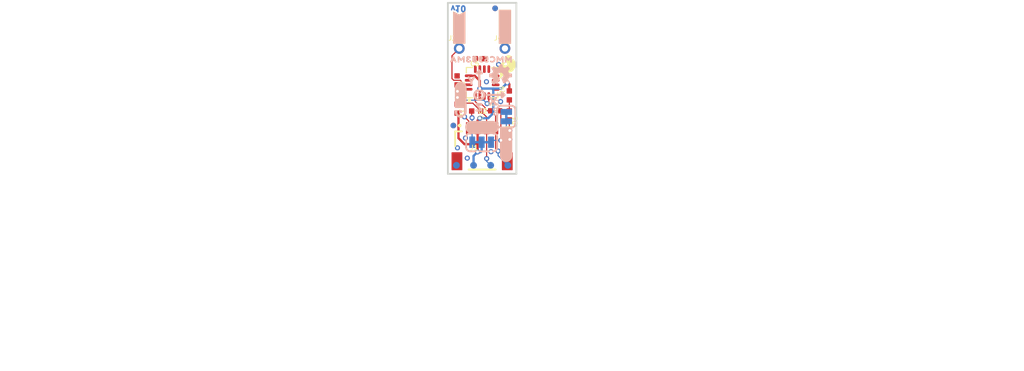
<source format=kicad_pcb>
(kicad_pcb (version 20211014) (generator pcbnew)
  (layers (0 "F.Cu" signal) (31 "B.Cu" signal) (34 "B.Paste" user) (35 "F.Paste" user) (36 "B.SilkS" user "B.Silkscreen") (37 "F.SilkS" user "F.Silkscreen") (38 "B.Mask" user) (39 "F.Mask" user) (44 "Edge.Cuts" user))
  (net 0 "")
  (net 1 "GND")
  (net 2 "SCL")
  (net 3 "3.3V")
  (net 4 "N$5")
  (net 5 "N$6")
  (net 6 "N$2")
  (net 7 "N$3")
  (net 8 "INT")
  (net 9 "CAP")
  (net 10 "~{MAG_CS}")
  (net 11 "SDA")
  (footprint "boardEagle:CREATIVE_COMMONS" (layer "F.Cu") (at 125.8951 133.5786)
    (fp_text reference "FRAME1" hide)
    (fp_text value "FRAME-LETTER" hide)
  )
  (footprint "boardEagle:1X01_1MM_NO_SILK" (layer "F.Cu") (at 151.0411 100.5586)
    (fp_text reference "J4" (at -1.27 -1.143) (layer "F.SilkS") (effects (font (size 0.512064 0.512064) (thickness 0.097536)) (justify left)))
    (fp_text value "")
    (pad "1" thru_hole circle (at 0 0 90) (size 1.2 1.2) (drill 0.7) (layers *.Cu *.Mask) (net 1 "GND"))
  )
  (footprint "boardEagle:LGA-16-3X3MM-4X4PINS" (layer "F.Cu") (at 148.5011 104.3686 180)
    (fp_text reference "U2" (at -0.635 -3.175) (layer "F.SilkS") (effects (font (size 0.512064 0.512064) (thickness 0.097536)) (justify right)))
    (fp_text value "MMC5983MA_QFN16")
    (pad "1" smd roundrect (at 0.754 -1.498 270) (size 0.85 0.3) (layers "F.Cu" "F.Paste" "F.Mask") (roundrect_rratio 0.375) (net 2 "SCL"))
    (pad "2" smd roundrect (at 0.254 -1.498 270) (size 0.85 0.3) (layers "F.Cu" "F.Paste" "F.Mask") (roundrect_rratio 0.375) (net 3 "3.3V"))
    (pad "3" smd roundrect (at -0.246 -1.498 270) (size 0.85 0.3) (layers "F.Cu" "F.Paste" "F.Mask") (roundrect_rratio 0.375))
    (pad "4" smd roundrect (at -0.746 -1.498 270) (size 0.85 0.3) (layers "F.Cu" "F.Paste" "F.Mask") (roundrect_rratio 0.375) (net 10 "~{MAG_CS}"))
    (pad "5" smd roundrect (at -1.508 -0.746 180) (size 0.85 0.3) (layers "F.Cu" "F.Paste" "F.Mask") (roundrect_rratio 0.375))
    (pad "6" smd roundrect (at -1.508 -0.246 180) (size 0.85 0.3) (layers "F.Cu" "F.Paste" "F.Mask") (roundrect_rratio 0.375))
    (pad "7" smd roundrect (at -1.508 0.254 180) (size 0.85 0.3) (layers "F.Cu" "F.Paste" "F.Mask") (roundrect_rratio 0.375))
    (pad "8" smd roundrect (at -1.508 0.754 180) (size 0.85 0.3) (layers "F.Cu" "F.Paste" "F.Mask") (roundrect_rratio 0.375))
    (pad "9" smd roundrect (at -0.746 1.506 90) (size 0.85 0.3) (layers "F.Cu" "F.Paste" "F.Mask") (roundrect_rratio 0.375) (net 1 "GND"))
    (pad "10" smd roundrect (at -0.246 1.506 90) (size 0.85 0.3) (layers "F.Cu" "F.Paste" "F.Mask") (roundrect_rratio 0.375) (net 9 "CAP"))
    (pad "11" smd roundrect (at 0.254 1.506 90) (size 0.85 0.3) (layers "F.Cu" "F.Paste" "F.Mask") (roundrect_rratio 0.375) (net 1 "GND"))
    (pad "12" smd roundrect (at 0.754 1.506 90) (size 0.85 0.3) (layers "F.Cu" "F.Paste" "F.Mask") (roundrect_rratio 0.375))
    (pad "13" smd roundrect (at 1.496 0.764) (size 0.85 0.3) (layers "F.Cu" "F.Paste" "F.Mask") (roundrect_rratio 0.375) (net 3 "3.3V"))
    (pad "14" smd roundrect (at 1.496 0.264) (size 0.85 0.3) (layers "F.Cu" "F.Paste" "F.Mask") (roundrect_rratio 0.375))
    (pad "15" smd roundrect (at 1.496 -0.236) (size 0.85 0.3) (layers "F.Cu" "F.Paste" "F.Mask") (roundrect_rratio 0.375) (net 8 "INT"))
    (pad "16" smd roundrect (at 1.496 -0.736) (size 0.85 0.3) (layers "F.Cu" "F.Paste" "F.Mask") (roundrect_rratio 0.375) (net 11 "SDA"))
  )
  (footprint "boardEagle:BLANK" (layer "F.Cu") (at 105.6386 135.4836)
    (fp_text reference "LOGO3" hide)
    (fp_text value "SFE_LOGO_NAMEBLANK" hide)
  )
  (footprint "boardEagle:0402-TIGHT" (layer "F.Cu") (at 151.52944 105.791 90)
    (fp_text reference "R4" (at 0 -0.762 90) (layer "F.SilkS") (effects (font (size 0.512064 0.512064) (thickness 0.097536)) (justify left)))
    (fp_text value "1k")
    (pad "1" smd roundrect (at -0.5 0 90) (size 0.6 0.6) (layers "F.Cu" "F.Paste" "F.Mask") (roundrect_rratio 0.08466666667) (net 6 "N$2"))
    (pad "2" smd roundrect (at 0.5 0 90) (size 0.6 0.6) (layers "F.Cu" "F.Paste" "F.Mask") (roundrect_rratio 0.08466666667) (net 3 "3.3V"))
  )
  (footprint "boardEagle:FIDUCIAL-MICRO" (layer "F.Cu") (at 145.3007 109.1438 -90)
    (fp_text reference "FID2" hide)
    (fp_text value "FIDUCIALUFIDUCIAL" hide)
    (pad "1" smd roundrect (at 0 0 270) (size 0.635 0.635) (layers "F.Cu" "F.Mask") (roundrect_rratio 0.5))
  )
  (footprint "boardEagle:SFE_LOGO_FLAME_.1" (layer "F.Cu") (at 151.3459 102.5906)
    (fp_text reference "U$29" hide)
    (fp_text value "" hide)
  )
  (footprint "boardEagle:#GND#4" (layer "F.Cu") (at 151.0411 98.1456 -90)
    (fp_text reference "U$4" hide)
    (fp_text value "" hide)
  )
  (footprint "boardEagle:FIDUCIAL-MICRO" (layer "F.Cu") (at 149.9489 96.0882 -90)
    (fp_text reference "FID1" hide)
    (fp_text value "FIDUCIALUFIDUCIAL" hide)
    (pad "1" smd roundrect (at 0 0 270) (size 0.635 0.635) (layers "F.Cu" "F.Mask") (roundrect_rratio 0.5))
  )
  (footprint "boardEagle:0402-TIGHT" (layer "F.Cu") (at 149.9489 107.507)
    (fp_text reference "R1" (at -0.889 -0.762) (layer "F.SilkS") (effects (font (size 0.367386 0.367386) (thickness 0.039014)) (justify left)))
    (fp_text value "2.2k")
    (pad "1" smd roundrect (at -0.5 0) (size 0.6 0.6) (layers "F.Cu" "F.Paste" "F.Mask") (roundrect_rratio 0.08466666667) (net 2 "SCL"))
    (pad "2" smd roundrect (at 0.5 0) (size 0.6 0.6) (layers "F.Cu" "F.Paste" "F.Mask") (roundrect_rratio 0.08466666667) (net 4 "N$5"))
  )
  (footprint "boardEagle:0402-TIGHT" (layer "F.Cu") (at 145.7198 104.1146 -90)
    (fp_text reference "C2" (at 0 -0.562 90) (layer "F.SilkS") (effects (font (size 0.512064 0.512064) (thickness 0.097536)) (justify right)))
    (fp_text value "1.0uF")
    (pad "1" smd roundrect (at -0.5 0 270) (size 0.6 0.6) (layers "F.Cu" "F.Paste" "F.Mask") (roundrect_rratio 0.08466666667) (net 3 "3.3V"))
    (pad "2" smd roundrect (at 0.5 0 270) (size 0.6 0.6) (layers "F.Cu" "F.Paste" "F.Mask") (roundrect_rratio 0.08466666667) (net 1 "GND"))
  )
  (footprint "boardEagle:STAND-OFF-TIGHT" (layer "F.Cu") (at 148.5011 98.0186 -90)
    (fp_text reference "STANDOFF3" hide)
    (fp_text value "STAND-OFFTIGHT" hide)
    (pad "" np_thru_hole circle (at 0 0 270) (size 3.048 3.048) (drill 3.048) (layers *.Cu *.Mask))
  )
  (footprint "boardEagle:0402-TIGHT" (layer "F.Cu") (at 147.8407 107.5294 180)
    (fp_text reference "R2" (at -0.889 -0.762) (layer "F.SilkS") (effects (font (size 0.367386 0.367386) (thickness 0.039014)) (justify right)))
    (fp_text value "2.2k")
    (pad "1" smd roundrect (at -0.5 0 180) (size 0.6 0.6) (layers "F.Cu" "F.Paste" "F.Mask") (roundrect_rratio 0.08466666667) (net 11 "SDA"))
    (pad "2" smd roundrect (at 0.5 0 180) (size 0.6 0.6) (layers "F.Cu" "F.Paste" "F.Mask") (roundrect_rratio 0.08466666667) (net 5 "N$6"))
  )
  (footprint "boardEagle:#INT#20" (layer "F.Cu") (at 145.9611 98.3996 -90)
    (fp_text reference "U$1" hide)
    (fp_text value "" hide)
  )
  (footprint "boardEagle:0402-TIGHT" (layer "F.Cu") (at 148.2471 101.7016 180)
    (fp_text reference "C5" (at 0 -0.562) (layer "F.SilkS") (effects (font (size 0.512064 0.512064) (thickness 0.097536)) (justify right)))
    (fp_text value "10uF")
    (pad "1" smd roundrect (at -0.5 0 180) (size 0.6 0.6) (layers "F.Cu" "F.Paste" "F.Mask") (roundrect_rratio 0.08466666667) (net 9 "CAP"))
    (pad "2" smd roundrect (at 0.5 0 180) (size 0.6 0.6) (layers "F.Cu" "F.Paste" "F.Mask") (roundrect_rratio 0.08466666667) (net 1 "GND"))
  )
  (footprint "boardEagle:JST04_1MM_RA" (layer "F.Cu") (at 148.5011 109.4486)
    (fp_text reference "J1" (at -1.397 2.159) (layer "F.SilkS") (effects (font (size 0.512064 0.512064) (thickness 0.097536)) (justify left)))
    (fp_text value "QWIIC_RIGHT_ANGLE")
    (pad "1" smd roundrect (at -1.5 0) (size 0.6 1.35) (layers "F.Cu" "F.Paste" "F.Mask") (roundrect_rratio 0.08466666667) (net 1 "GND"))
    (pad "2" smd roundrect (at -0.5 0) (size 0.6 1.35) (layers "F.Cu" "F.Paste" "F.Mask") (roundrect_rratio 0.08466666667) (net 3 "3.3V"))
    (pad "3" smd roundrect (at 0.5 0) (size 0.6 1.35) (layers "F.Cu" "F.Paste" "F.Mask") (roundrect_rratio 0.08466666667) (net 11 "SDA"))
    (pad "4" smd roundrect (at 1.5 0) (size 0.6 1.35) (layers "F.Cu" "F.Paste" "F.Mask") (roundrect_rratio 0.08466666667) (net 2 "SCL"))
    (pad "NC1" smd roundrect (at 2.8 3.675) (size 1.2 2) (layers "F.Cu" "F.Paste" "F.Mask") (roundrect_rratio 0.04233333333))
    (pad "NC2" smd roundrect (at -2.8 3.675) (size 1.2 2) (layers "F.Cu" "F.Paste" "F.Mask") (roundrect_rratio 0.04233333333))
  )
  (footprint "boardEagle:0402-TIGHT" (layer "F.Cu") (at 145.7198 107.2642 -90)
    (fp_text reference "R7" (at 0 -0.562 90) (layer "F.SilkS") (effects (font (size 0.512064 0.512064) (thickness 0.097536)) (justify right)))
    (fp_text value "100k")
    (pad "1" smd roundrect (at -0.5 0 270) (size 0.6 0.6) (layers "F.Cu" "F.Paste" "F.Mask") (roundrect_rratio 0.08466666667) (net 10 "~{MAG_CS}"))
    (pad "2" smd roundrect (at 0.5 0 270) (size 0.6 0.6) (layers "F.Cu" "F.Paste" "F.Mask") (roundrect_rratio 0.08466666667) (net 3 "3.3V"))
  )
  (footprint "boardEagle:LED-0402" (layer "F.Cu") (at 151.52944 108.0262 -90)
    (fp_text reference "D1" (at 0 -0.635 90) (layer "F.SilkS") (effects (font (size 0.512064 0.512064) (thickness 0.097536)) (justify right)))
    (fp_text value "RED")
    (pad "A" smd roundrect (at -0.5 0 270) (size 0.6 0.6) (layers "F.Cu" "F.Paste" "F.Mask") (roundrect_rratio 0.08466666667) (net 6 "N$2"))
    (pad "C" smd roundrect (at 0.5 0 270) (size 0.6 0.6) (layers "F.Cu" "F.Paste" "F.Mask") (roundrect_rratio 0.08466666667) (net 7 "N$3"))
  )
  (footprint "boardEagle:1X01_1MM_NO_SILK" (layer "F.Cu") (at 145.9611 100.5586)
    (fp_text reference "J2" (at -1.27 -1.143) (layer "F.SilkS") (effects (font (size 0.512064 0.512064) (thickness 0.097536)) (justify left)))
    (fp_text value "")
    (pad "1" thru_hole circle (at 0 0 90) (size 1.2 1.2) (drill 0.7) (layers *.Cu *.Mask) (net 8 "INT"))
  )
  (footprint "boardEagle:SMT-JUMPER_2_NC_TRACE_SILK" (layer "B.Cu") (at 151.1935 108.1532 -90)
    (fp_text reference "LED0" (at 0 1.143 -270) (layer "B.SilkS") (effects (font (size 0.512064 0.512064) (thickness 0.097536)) (justify right mirror)))
    (fp_text value "JUMPER-SMT_2_NC_TRACE_SILK")
    (fp_poly (pts (xy 0.03175 -0.13335) (xy -0.70485 -0.13335) (xy -0.70485 0.13335) (xy 0.03175 0.13335)) (layer "B.Cu") (width 0) (fill solid))
    (fp_poly (pts (xy 0.70485 -0.13335) (xy -0.03175 -0.13335) (xy -0.03175 0.13335) (xy 0.70485 0.13335)) (layer "B.Cu") (width 0) (fill solid))
    (pad "1" smd roundrect (at -0.5207 0 270) (size 0.6604 1.27) (layers "B.Cu" "B.Mask") (roundrect_rratio 0.07692307692) (net 1 "GND"))
    (pad "2" smd roundrect (at 0.5207 0 270) (size 0.6604 1.27) (layers "B.Cu" "B.Mask") (roundrect_rratio 0.07692307692) (net 7 "N$3"))
  )
  (footprint "boardEagle:X2114" (layer "B.Cu") (at 149.6441 106.4514 180)
    (fp_text reference "U$8" hide)
    (fp_text value "" hide)
  )
  (footprint "boardEagle:FIDUCIAL-MICRO" (layer "B.Cu") (at 149.9489 96.0882 90)
    (fp_text reference "FD1" hide)
    (fp_text value "FIDUCIALUFIDUCIAL" hide)
    (pad "1" smd roundrect (at 0 0 90) (size 0.635 0.635) (layers "B.Cu" "B.Mask") (roundrect_rratio 0.5))
  )
  (footprint "boardEagle:PAD.03X.03" (layer "B.Cu") (at 151.3586 113.5761 90)
    (fp_text reference "TP3" hide)
    (fp_text value "TEST-POINT3" hide)
    (pad "1" smd roundrect (at 0 0 90) (size 0.762 0.762) (layers "B.Cu" "B.Mask") (roundrect_rratio 0.5) (net 2 "SCL"))
  )
  (footprint "boardEagle:MMC5983MA331" (layer "B.Cu") (at 148.3233 101.7778 180)
    (fp_text reference "U$2" hide)
    (fp_text value "" hide)
  )
  (footprint "boardEagle:#GND#4" (layer "B.Cu") (at 151.0411 98.1456 90)
    (fp_text reference "U$6" hide)
    (fp_text value "" hide)
  )
  (footprint "boardEagle:QWIIC_4MM" (layer "B.Cu") (at 146.1135 106.2736 90)
    (fp_text reference "LOGO1" hide)
    (fp_text value "QWIIC_LOGO_4MM" hide)
  )
  (footprint "boardEagle:PAD.03X.03" (layer "B.Cu") (at 149.4536 113.5761 90)
    (fp_text reference "TP2" hide)
    (fp_text value "TEST-POINT3" hide)
    (pad "1" smd roundrect (at 0 0 90) (size 0.762 0.762) (layers "B.Cu" "B.Mask") (roundrect_rratio 0.5) (net 11 "SDA"))
  )
  (footprint "boardEagle:PAD.03X.03" (layer "B.Cu") (at 147.5486 113.5761 90)
    (fp_text reference "TP1" hide)
    (fp_text value "TEST-POINT3" hide)
    (pad "1" smd roundrect (at 0 0 90) (size 0.762 0.762) (layers "B.Cu" "B.Mask") (roundrect_rratio 0.5) (net 3 "3.3V"))
  )
  (footprint "boardEagle:Z2116" (layer "B.Cu") (at 148.0693 107.1118 180)
    (fp_text reference "U$10" hide)
    (fp_text value "" hide)
  )
  (footprint "boardEagle:#INT#21" (layer "B.Cu") (at 145.9611 98.3996 90)
    (fp_text reference "U$5" hide)
    (fp_text value "" hide)
  )
  (footprint "boardEagle:#LED#5" (layer "B.Cu") (at 151.1681 111.0996 90)
    (fp_text reference "U$11" hide)
    (fp_text value "" hide)
  )
  (footprint "boardEagle:FIDUCIAL-MICRO" (layer "B.Cu") (at 145.3007 109.1438 90)
    (fp_text reference "FD2" hide)
    (fp_text value "FIDUCIALUFIDUCIAL" hide)
    (pad "1" smd roundrect (at 0 0 90) (size 0.635 0.635) (layers "B.Cu" "B.Mask") (roundrect_rratio 0.5))
  )
  (footprint "boardEagle:#I2C#4" (layer "B.Cu") (at 148.5011 109.3216 180)
    (fp_text reference "U$3" hide)
    (fp_text value "" hide)
  )
  (footprint "boardEagle:SMT-JUMPER_3_2-NC_TRACE_SILK" (layer "B.Cu") (at 148.4503 111.00435 180)
    (fp_text reference "I2C_PU0" (at -1.27 1.27) (layer "B.SilkS") (effects (font (size 0.367386 0.367386) (thickness 0.039014)) (justify left mirror)))
    (fp_text value "S_MODE")
    (fp_poly (pts (xy -0.50165 -0.13335) (xy -1.23825 -0.13335) (xy -1.23825 0.13335) (xy -0.50165 0.13335)) (layer "B.Cu") (width 0) (fill solid))
    (fp_poly (pts (xy 1.23825 -0.13335) (xy 0.50165 -0.13335) (xy 0.50165 0.13335) (xy 1.23825 0.13335)) (layer "B.Cu") (width 0) (fill solid))
    (fp_poly (pts (xy 0.53975 -0.13335) (xy -0.53975 -0.13335) (xy -0.53975 0.13335) (xy 0.53975 0.13335)) (layer "B.Cu") (width 0) (fill solid))
    (pad "1" smd roundrect (at -1.0414 0 180) (size 0.6604 1.27) (layers "B.Cu" "B.Mask") (roundrect_rratio 0.07692307692) (net 4 "N$5"))
    (pad "2" smd roundrect (at 0 0 180) (size 0.6604 1.27) (layers "B.Cu" "B.Mask") (roundrect_rratio 0.07692307692) (net 3 "3.3V"))
    (pad "3" smd roundrect (at 1.0414 0 180) (size 0.6604 1.27) (layers "B.Cu" "B.Mask") (roundrect_rratio 0.07692307692) (net 5 "N$6"))
  )
  (footprint "boardEagle:Y2115" (layer "B.Cu") (at 147.2161 104.14 180)
    (fp_text reference "U$9" hide)
    (fp_text value "" hide)
  )
  (footprint "boardEagle:PAD.03X.03" (layer "B.Cu") (at 145.6436 113.5761 90)
    (fp_text reference "TP5" hide)
    (fp_text value "TEST-POINT3" hide)
    (pad "1" smd roundrect (at 0 0 90) (size 0.762 0.762) (layers "B.Cu" "B.Mask") (roundrect_rratio 0.5) (net 1 "GND"))
  )
  (footprint "boardEagle:OSHW-LOGO-MINI" (layer "B.Cu") (at 150.5585 103.54945 180)
    (fp_text reference "LOGO2" hide)
    (fp_text value "OSHW-LOGOMINI" hide)
  )
  (gr_circle (center 148.1836 105.74655) (end 148.717 105.74655) (layer "B.SilkS") (width 0.254) (fill none))
  (gr_line (start 148.180425 103.04145) (end 148.434425 103.29545) (layer "B.SilkS") (width 0.254))
  (gr_line (start 150.9649 105.737025) (end 149.0599 105.737025) (layer "B.SilkS") (width 0.254))
  (gr_line (start 148.459825 103.32085) (end 147.901025 103.32085) (layer "B.SilkS") (width 0.254))
  (gr_line (start 148.180425 103.04145) (end 147.926425 103.29545) (layer "B.SilkS") (width 0.254))
  (gr_circle (center 148.1963 105.7402) (end 148.437262 105.7402) (layer "B.SilkS") (width 0) (fill none))
  (gr_line (start 150.9649 105.737025) (end 150.7109 105.483025) (layer "B.SilkS") (width 0.254))
  (gr_line (start 150.7109 105.483025) (end 150.7109 105.991025) (layer "B.SilkS") (width 0.254))
  (gr_line (start 148.180425 103.04145) (end 148.180425 104.81945) (layer "B.SilkS") (width 0.254))
  (gr_line (start 150.9649 105.737025) (end 150.7109 105.991025) (layer "B.SilkS") (width 0.254))
  (gr_line (start 144.6911 95.4786) (end 144.6911 114.5286) (layer "Edge.Cuts") (width 0.2032))
  (gr_line (start 144.6911 114.5286) (end 152.3111 114.5286) (layer "Edge.Cuts") (width 0.2032))
  (gr_line (start 152.3111 95.4786) (end 144.6911 95.4786) (layer "Edge.Cuts") (width 0.2032))
  (gr_line (start 152.3111 114.5286) (end 152.3111 95.4786) (layer "Edge.Cuts") (width 0.2032))
  (gr_text "v10" (at 144.910175 95.742125 -180) (layer "B.Cu") (effects (font (size 0.633984 0.633984) (thickness 0.178816)) (justify left bottom mirror)))
  (segment (start 147.0011 108.6344) (end 146.5453 108.1786) (width 0.127) (layer "F.Cu") (net 1))
  (segment (start 145.7198 104.6146) (end 145.7579 104.6527) (width 0.254) (layer "F.Cu") (net 1))
  (segment (start 145.7579 105.3338) (end 145.7579 104.6527) (width 0.254) (layer "F.Cu") (net 1))
  (segment (start 147.0011 109.4486) (end 147.0011 108.6344) (width 0.127) (layer "F.Cu") (net 1))
  (via (at 145.7579 105.3338) (size 0.5588) (drill 0.3048) (layers "F.Cu" "B.Cu") (net 1))
  (via (at 150.5585 106.4768) (size 0.5588) (drill 0.3048) (layers "F.Cu" "B.Cu") (net 1))
  (via (at 145.7579 111.633) (size 0.5588) (drill 0.3048) (layers "F.Cu" "B.Cu") (net 1))
  (via (at 146.6469 110.5408) (size 0.5588) (drill 0.3048) (layers "F.Cu" "B.Cu") (net 1))
  (via (at 146.5453 108.1786) (size 0.5588) (drill 0.3048) (layers "F.Cu" "B.Cu") (net 1))
  (via (at 150.3299 102.3366) (size 0.5588) (drill 0.3048) (layers "F.Cu" "B.Cu") (net 1))
  (via (at 146.8501 112.776) (size 0.5588) (drill 0.3048) (layers "F.Cu" "B.Cu") (net 1))
  (via (at 149.4917 112.0648) (size 0.5588) (drill 0.3048) (layers "F.Cu" "B.Cu") (net 1))
  (via (at 151.5745 110.6932) (size 0.5588) (drill 0.3048) (layers "F.Cu" "B.Cu") (net 1))
  (via (at 148.9837 104.267) (size 0.5588) (drill 0.3048) (layers "F.Cu" "B.Cu") (net 1))
  (segment (start 150.0011 108.0592) (end 149.4489 107.507) (width 0.127) (layer "F.Cu") (net 2))
  (segment (start 150.0011 109.4486) (end 150.0011 111.7106) (width 0.127) (layer "F.Cu") (net 2))
  (segment (start 150.0011 109.4486) (end 150.0011 108.0592) (width 0.127) (layer "F.Cu") (net 2))
  (segment (start 148.513106 106.8324) (end 148.8312 107.150494) (width 0.127) (layer "F.Cu") (net 2))
  (segment (start 150.2791 111.9886) (end 150.0011 111.7106) (width 0.127) (layer "F.Cu") (net 2))
  (segment (start 149.4489 107.507) (end 149.0741 107.507) (width 0.127) (layer "F.Cu") (net 2))
  (segment (start 148.0947 106.8324) (end 148.513106 106.8324) (width 0.127) (layer "F.Cu") (net 2))
  (segment (start 148.8312 107.150494) (end 148.8312 107.2641) (width 0.127) (layer "F.Cu") (net 2))
  (segment (start 147.7471 106.4848) (end 147.7471 105.8666) (width 0.127) (layer "F.Cu") (net 2))
  (segment (start 147.7471 106.4848) (end 148.0947 106.8324) (width 0.127) (layer "F.Cu") (net 2))
  (segment (start 149.0741 107.507) (end 148.8312 107.2641) (width 0.127) (layer "F.Cu") (net 2))
  (via (at 150.2791 111.9886) (size 0.5588) (drill 0.3048) (layers "F.Cu" "B.Cu") (net 2))
  (segment (start 151.3586 113.5761) (end 150.2791 112.4966) (width 0.127) (layer "B.Cu") (net 2))
  (segment (start 150.2791 111.9886) (end 150.2791 112.4966) (width 0.127) (layer "B.Cu") (net 2))
  (segment (start 147.6863 103.6046) (end 147.0051 103.6046) (width 0.254) (layer "F.Cu") (net 3))
  (segment (start 148.0011 112.0822) (end 147.9931 112.0902) (width 0.254) (layer "F.Cu") (net 3))
  (segment (start 148.0011 108.577) (end 148.2471 108.331) (width 0.254) (layer "F.Cu") (net 3))
  (segment (start 145.8722 110.5535) (end 146.5453 111.2266) (width 0.254) (layer "F.Cu") (net 3))
  (segment (start 148.0011 109.4486) (end 148.0011 111.0742) (width 0.254) (layer "F.Cu") (net 3))
  (segment (start 145.8722 107.7642) (end 145.8722 110.5535) (width 0.254) (layer "F.Cu") (net 3))
  (segment (start 147.8487 111.2266) (end 148.0011 111.0742) (width 0.254) (layer "F.Cu") (net 3))
  (segment (start 146.5453 111.2266) (end 147.8487 111.2266) (width 0.254) (layer "F.Cu") (net 3))
  (segment (start 145.7198 107.7642) (end 145.8722 107.7642) (width 0.254) (layer "F.Cu") (net 3))
  (segment (start 148.2471 104.1654) (end 147.6863 103.6046) (width 0.254) (layer "F.Cu") (net 3))
  (segment (start 151.52944 104.5544) (end 151.36904 104.394) (width 0.254) (layer "F.Cu") (net 3))
  (segment (start 148.0011 109.4486) (end 148.0011 108.577) (width 0.254) (layer "F.Cu") (net 3))
  (segment (start 148.0011 111.0742) (end 148.0011 112.0822) (width 0.254) (layer "F.Cu") (net 3))
  (segment (start 151.2951 104.394) (end 151.36904 104.394) (width 0.254) (layer "F.Cu") (net 3))
  (segment (start 148.2471 105.028763) (end 148.2471 104.1654) (width 0.254) (layer "F.Cu") (net 3))
  (segment (start 148.2471 105.8666) (end 148.2471 105.028763) (width 0.254) (layer "F.Cu") (net 3))
  (segment (start 151.52944 105.291) (end 151.52944 104.5544) (width 0.254) (layer "F.Cu") (net 3))
  (via (at 148.2471 105.028763) (size 0.5588) (drill 0.3048) (layers "F.Cu" "B.Cu") (net 3))
  (via (at 148.2471 108.331) (size 0.5588) (drill 0.3048) (layers "F.Cu" "B.Cu") (net 3))
  (via (at 147.9931 112.0902) (size 0.5588) (drill 0.3048) (layers "F.Cu" "B.Cu") (net 3))
  (via (at 151.2951 104.394) (size 0.5588) (drill 0.3048) (layers "F.Cu" "B.Cu") (net 3))
  (segment (start 148.3487 112.0902) (end 148.4503 111.9886) (width 0.254) (layer "B.Cu") (net 3))
  (segment (start 147.9931 112.0902) (end 148.3487 112.0902) (width 0.254) (layer "B.Cu") (net 3))
  (segment (start 148.4503 111.9886) (end 148.4503 111.00435) (width 0.254) (layer "B.Cu") (net 3))
  (segment (start 150.660337 105.028763) (end 151.2951 104.394) (width 0.254) (layer "B.Cu") (net 3))
  (segment (start 149.7457 105.028763) (end 150.660337 105.028763) (width 0.254) (layer "B.Cu") (net 3))
  (segment (start 149.7457 107.764544) (end 149.7457 105.028763) (width 0.254) (layer "B.Cu") (net 3))
  (segment (start 147.9931 112.0902) (end 147.5486 112.5347) (width 0.254) (layer "B.Cu") (net 3))
  (segment (start 147.5486 112.5347) (end 147.5486 113.5761) (width 0.254) (layer "B.Cu") (net 3))
  (segment (start 149.179243 108.331) (end 149.7457 107.764544) (width 0.254) (layer "B.Cu") (net 3))
  (segment (start 148.2471 108.331) (end 149.179243 108.331) (width 0.254) (layer "B.Cu") (net 3))
  (segment (start 148.2471 105.028763) (end 149.7457 105.028763) (width 0.254) (layer "B.Cu") (net 3))
  (segment (start 150.5839 107.642) (end 150.5839 110.7948) (width 0.127) (layer "F.Cu") (net 4))
  (segment (start 150.4489 107.507) (end 150.5839 107.642) (width 0.127) (layer "F.Cu") (net 4))
  (via (at 150.5839 110.7948) (size 0.5588) (drill 0.3048) (layers "F.Cu" "B.Cu") (net 4))
  (segment (start 149.70125 110.7948) (end 149.4917 111.00435) (width 0.127) (layer "B.Cu") (net 4))
  (segment (start 150.5839 110.7948) (end 149.70125 110.7948) (width 0.127) (layer "B.Cu") (net 4))
  (segment (start 147.3407 108.2374) (end 147.3835 108.2802) (width 0.127) (layer "F.Cu") (net 5))
  (segment (start 147.3407 107.5294) (end 147.3407 108.2374) (width 0.127) (layer "F.Cu") (net 5))
  (via (at 147.3835 108.2802) (size 0.5588) (drill 0.3048) (layers "F.Cu" "B.Cu") (net 5))
  (segment (start 147.3835 108.2802) (end 147.3835 110.97895) (width 0.127) (layer "B.Cu") (net 5))
  (segment (start 147.3835 110.97895) (end 147.4089 111.00435) (width 0.127) (layer "B.Cu") (net 5))
  (segment (start 151.52944 106.291) (end 151.52944 107.5262) (width 0.127) (layer "F.Cu") (net 6))
  (segment (start 151.52944 109.657541) (end 151.5745 109.7026) (width 0.127) (layer "F.Cu") (net 7))
  (segment (start 151.52944 108.5262) (end 151.52944 109.657541) (width 0.127) (layer "F.Cu") (net 7))
  (via (at 151.5745 109.7026) (size 0.5588) (drill 0.3048) (layers "F.Cu" "B.Cu") (net 7))
  (segment (start 151.5745 109.7026) (end 151.1935 109.3216) (width 0.127) (layer "B.Cu") (net 7))
  (segment (start 151.1935 109.3216) (end 151.1935 108.6739) (width 0.127) (layer "B.Cu") (net 7))
  (segment (start 145.340893 104.1051) (end 146.079706 104.1051) (width 0.127) (layer "F.Cu") (net 8))
  (segment (start 146.2103 104.5162) (end 146.2987 104.6046) (width 0.127) (layer "F.Cu") (net 8))
  (segment (start 145.1483 103.912507) (end 145.1483 101.3714) (width 0.127) (layer "F.Cu") (net 8))
  (segment (start 145.1483 101.3714) (end 145.9611 100.5586) (width 0.127) (layer "F.Cu") (net 8))
  (segment (start 146.2103 104.235694) (end 146.2103 104.5162) (width 0.127) (layer "F.Cu") (net 8))
  (segment (start 146.2987 104.6046) (end 147.0051 104.6046) (width 0.127) (layer "F.Cu") (net 8))
  (segment (start 146.079706 104.1051) (end 146.2103 104.235694) (width 0.127) (layer "F.Cu") (net 8))
  (segment (start 145.340893 104.1051) (end 145.1483 103.912507) (width 0.127) (layer "F.Cu") (net 8))
  (segment (start 149.2471 106.5182) (end 149.0599 106.7054) (width 0.127) (layer "F.Cu") (net 10))
  (segment (start 145.7198 106.7642) (end 145.7198 106.0577) (width 0.127) (layer "F.Cu") (net 10))
  (segment (start 145.7579 106.0196) (end 145.7198 106.0577) (width 0.127) (layer "F.Cu") (net 10))
  (segment (start 149.2471 105.8666) (end 149.2471 106.5182) (width 0.127) (layer "F.Cu") (net 10))
  (via (at 149.0599 106.7054) (size 0.5588) (drill 0.3048) (layers "F.Cu" "B.Cu") (net 10))
  (via (at 145.7579 106.0196) (size 0.5588) (drill 0.3048) (layers "F.Cu" "B.Cu") (net 10))
  (segment (start 146.0373 106.3244) (end 148.6789 106.3244) (width 0.127) (layer "B.Cu") (net 10))
  (segment (start 145.7579 106.045) (end 145.7579 106.0196) (width 0.127) (layer "B.Cu") (net 10))
  (segment (start 148.6789 106.3244) (end 149.0599 106.7054) (width 0.127) (layer "B.Cu") (net 10))
  (segment (start 145.7579 106.045) (end 146.0373 106.3244) (width 0.127) (layer "B.Cu") (net 10))
  (segment (start 149.0011 112.8188) (end 149.0091 112.8268) (width 0.127) (layer "F.Cu") (net 11))
  (segment (start 149.0011 109.4486) (end 149.0011 108.1898) (width 0.127) (layer "F.Cu") (net 11))
  (segment (start 147.4659 106.6546) (end 148.3407 107.5294) (width 0.127) (layer "F.Cu") (net 11))
  (segment (start 146.6469 106.6546) (end 147.4659 106.6546) (width 0.127) (layer "F.Cu") (net 11))
  (segment (start 149.0011 108.1898) (end 148.3407 107.5294) (width 0.127) (layer "F.Cu") (net 11))
  (segment (start 147.0051 105.1046) (end 146.5459 105.1046) (width 0.127) (layer "F.Cu") (net 11))
  (segment (start 146.5459 105.1046) (end 146.3929 105.2576) (width 0.127) (layer "F.Cu") (net 11))
  (segment (start 146.3929 106.4006) (end 146.6469 106.6546) (width 0.127) (layer "F.Cu") (net 11))
  (segment (start 149.0011 109.4486) (end 149.0011 112.8188) (width 0.127) (layer "F.Cu") (net 11))
  (segment (start 146.3929 105.2576) (end 146.3929 106.4006) (width 0.127) (layer "F.Cu") (net 11))
  (via (at 149.0091 112.8268) (size 0.5588) (drill 0.3048) (layers "F.Cu" "B.Cu") (net 11))
  (segment (start 149.4536 113.5761) (end 149.0091 113.1316) (width 0.127) (layer "B.Cu") (net 11))
  (segment (start 149.0091 112.8268) (end 149.0091 113.1316) (width 0.127) (layer "B.Cu") (net 11))
)
</source>
